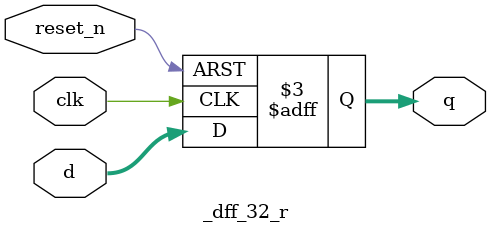
<source format=v>
module _dff_32_r(clk,reset_n,d,q);//Declare module of D Flip Flop

   input clk,reset_n;//inputs
   input [31:0] d; 

   output reg [31:0] q;//output reg

always@(posedge clk or negedge reset_n)//practice function when change variable
begin
   if(reset_n==0) q<=32'b0; //check reset signal

   else q<=d; //data out
end
endmodule


</source>
